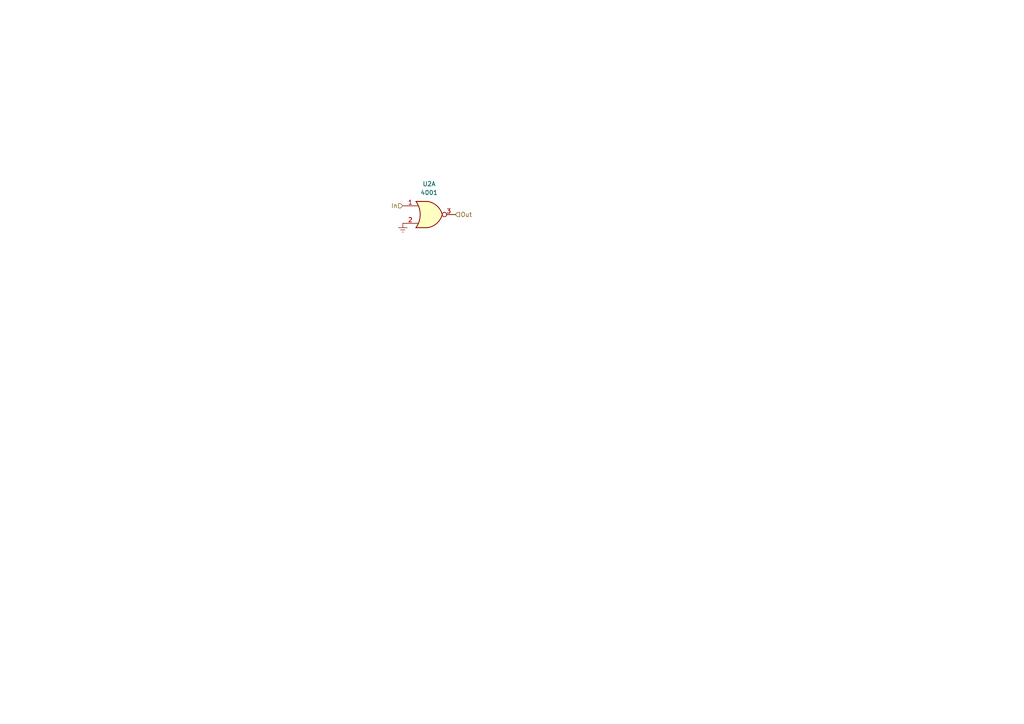
<source format=kicad_sch>
(kicad_sch (version 20230121) (generator eeschema)
  (paper "A4")
  (lib_symbols
    (symbol "4xxx:4001" (pin_names (offset 1.016))
      (property "Reference" "U" (at 0 1.27 0))
      (property "Value" "4001" (at 0 -1.27 0))
      (symbol "4001_1_1"
        (arc (start -3.81 -3.81) (mid -2.589 0) (end -3.81 3.81) (stroke (width 0.254)))
        (arc (start -0.6096 -3.81) (mid 2.1842 -2.5851) (end 3.81 0) (stroke (width 0.254)) (fill (type background)))
        (polyline (pts (xy -3.81 -3.81) (xy -0.635 -3.81)) (stroke (width 0.254)) (fill (type background)))
        (polyline (pts (xy -3.81 3.81) (xy -0.635 3.81)) (stroke (width 0.254)) (fill (type background)))
        (polyline (pts (xy -0.635 3.81) (xy -3.81 3.81) (xy -3.81 3.81) (xy -3.556 3.4036) (xy -3.0226 2.2606) (xy -2.6924 1.0414) (xy -2.6162 -0.254) (xy -2.7686 -1.4986) (xy -3.175 -2.7178) (xy -3.81 -3.81) (xy -3.81 -3.81) (xy -0.635 -3.81)) (stroke (width -25.4)) (fill (type background)))
        (arc (start 3.81 0) (mid 2.1915 2.5936) (end -0.6096 3.81) (stroke (width 0.254)) (fill (type background)))
        (pin input line (at -7.62 2.54 0) (length 4.318) (name "~") (number "1"))
        (pin input line (at -7.62 -2.54 0) (length 4.318) (name "~") (number "2"))
        (pin output inverted (at 7.62 0 180) (length 3.81) (name "~") (number "3"))
      )
      (symbol "4001_1_2"
        (arc (start 0 -3.81) (mid 3.7934 0) (end 0 3.81) (stroke (width 0.254)) (fill (type background)))
        (polyline (pts (xy 0 3.81) (xy -3.81 3.81) (xy -3.81 -3.81) (xy 0 -3.81)) (stroke (width 0.254)) (fill (type background)))
        (pin input inverted (at -7.62 2.54 0) (length 3.81) (name "~") (number "1"))
        (pin input inverted (at -7.62 -2.54 0) (length 3.81) (name "~") (number "2"))
        (pin output line (at 7.62 0 180) (length 3.81) (name "~") (number "3"))
      )
      (symbol "4001_2_1"
        (arc (start -3.81 -3.81) (mid -2.589 0) (end -3.81 3.81) (stroke (width 0.254)))
        (arc (start -0.6096 -3.81) (mid 2.1842 -2.5851) (end 3.81 0) (stroke (width 0.254)) (fill (type background)))
        (polyline (pts (xy -3.81 -3.81) (xy -0.635 -3.81)) (stroke (width 0.254)) (fill (type background)))
        (polyline (pts (xy -3.81 3.81) (xy -0.635 3.81)) (stroke (width 0.254)) (fill (type background)))
        (polyline (pts (xy -0.635 3.81) (xy -3.81 3.81) (xy -3.81 3.81) (xy -3.556 3.4036) (xy -3.0226 2.2606) (xy -2.6924 1.0414) (xy -2.6162 -0.254) (xy -2.7686 -1.4986) (xy -3.175 -2.7178) (xy -3.81 -3.81) (xy -3.81 -3.81) (xy -0.635 -3.81)) (stroke (width -25.4)) (fill (type background)))
        (arc (start 3.81 0) (mid 2.1915 2.5936) (end -0.6096 3.81) (stroke (width 0.254)) (fill (type background)))
        (pin output inverted (at 7.62 0 180) (length 3.81) (name "~") (number "4"))
        (pin input line (at -7.62 2.54 0) (length 4.318) (name "~") (number "5"))
        (pin input line (at -7.62 -2.54 0) (length 4.318) (name "~") (number "6"))
      )
      (symbol "4001_2_2"
        (arc (start 0 -3.81) (mid 3.7934 0) (end 0 3.81) (stroke (width 0.254)) (fill (type background)))
        (polyline (pts (xy 0 3.81) (xy -3.81 3.81) (xy -3.81 -3.81) (xy 0 -3.81)) (stroke (width 0.254)) (fill (type background)))
        (pin output line (at 7.62 0 180) (length 3.81) (name "~") (number "4"))
        (pin input inverted (at -7.62 2.54 0) (length 3.81) (name "~") (number "5"))
        (pin input inverted (at -7.62 -2.54 0) (length 3.81) (name "~") (number "6"))
      )
      (symbol "4001_3_1"
        (arc (start -3.81 -3.81) (mid -2.589 0) (end -3.81 3.81) (stroke (width 0.254)))
        (arc (start -0.6096 -3.81) (mid 2.1842 -2.5851) (end 3.81 0) (stroke (width 0.254)) (fill (type background)))
        (polyline (pts (xy -3.81 -3.81) (xy -0.635 -3.81)) (stroke (width 0.254)) (fill (type background)))
        (polyline (pts (xy -3.81 3.81) (xy -0.635 3.81)) (stroke (width 0.254)) (fill (type background)))
        (polyline (pts (xy -0.635 3.81) (xy -3.81 3.81) (xy -3.81 3.81) (xy -3.556 3.4036) (xy -3.0226 2.2606) (xy -2.6924 1.0414) (xy -2.6162 -0.254) (xy -2.7686 -1.4986) (xy -3.175 -2.7178) (xy -3.81 -3.81) (xy -3.81 -3.81) (xy -0.635 -3.81)) (stroke (width -25.4)) (fill (type background)))
        (arc (start 3.81 0) (mid 2.1915 2.5936) (end -0.6096 3.81) (stroke (width 0.254)) (fill (type background)))
        (pin output inverted (at 7.62 0 180) (length 3.81) (name "~") (number "10"))
        (pin input line (at -7.62 2.54 0) (length 4.318) (name "~") (number "8"))
        (pin input line (at -7.62 -2.54 0) (length 4.318) (name "~") (number "9"))
      )
      (symbol "4001_3_2"
        (arc (start 0 -3.81) (mid 3.7934 0) (end 0 3.81) (stroke (width 0.254)) (fill (type background)))
        (polyline (pts (xy 0 3.81) (xy -3.81 3.81) (xy -3.81 -3.81) (xy 0 -3.81)) (stroke (width 0.254)) (fill (type background)))
        (pin output line (at 7.62 0 180) (length 3.81) (name "~") (number "10"))
        (pin input inverted (at -7.62 2.54 0) (length 3.81) (name "~") (number "8"))
        (pin input inverted (at -7.62 -2.54 0) (length 3.81) (name "~") (number "9"))
      )
      (symbol "4001_4_1"
        (arc (start -3.81 -3.81) (mid -2.589 0) (end -3.81 3.81) (stroke (width 0.254)))
        (arc (start -0.6096 -3.81) (mid 2.1842 -2.5851) (end 3.81 0) (stroke (width 0.254)) (fill (type background)))
        (polyline (pts (xy -3.81 -3.81) (xy -0.635 -3.81)) (stroke (width 0.254)) (fill (type background)))
        (polyline (pts (xy -3.81 3.81) (xy -0.635 3.81)) (stroke (width 0.254)) (fill (type background)))
        (polyline (pts (xy -0.635 3.81) (xy -3.81 3.81) (xy -3.81 3.81) (xy -3.556 3.4036) (xy -3.0226 2.2606) (xy -2.6924 1.0414) (xy -2.6162 -0.254) (xy -2.7686 -1.4986) (xy -3.175 -2.7178) (xy -3.81 -3.81) (xy -3.81 -3.81) (xy -0.635 -3.81)) (stroke (width -25.4)) (fill (type background)))
        (arc (start 3.81 0) (mid 2.1915 2.5936) (end -0.6096 3.81) (stroke (width 0.254)) (fill (type background)))
        (pin output inverted (at 7.62 0 180) (length 3.81) (name "~") (number "11"))
        (pin input line (at -7.62 2.54 0) (length 4.318) (name "~") (number "12"))
        (pin input line (at -7.62 -2.54 0) (length 4.318) (name "~") (number "13"))
      )
      (symbol "4001_4_2"
        (arc (start 0 -3.81) (mid 3.7934 0) (end 0 3.81) (stroke (width 0.254)) (fill (type background)))
        (polyline (pts (xy 0 3.81) (xy -3.81 3.81) (xy -3.81 -3.81) (xy 0 -3.81)) (stroke (width 0.254)) (fill (type background)))
        (pin output line (at 7.62 0 180) (length 3.81) (name "~") (number "11"))
        (pin input inverted (at -7.62 2.54 0) (length 3.81) (name "~") (number "12"))
        (pin input inverted (at -7.62 -2.54 0) (length 3.81) (name "~") (number "13"))
      )
      (symbol "4001_5_0"
        (pin power_in line (at 0 12.7 270) (length 5.08) (name "VDD") (number "14"))
        (pin power_in line (at 0 -12.7 90) (length 5.08) (name "VSS") (number "7"))
      )
      (symbol "4001_5_1"
        (rectangle (start -5.08 7.62) (end 5.08 -7.62) (stroke (width 0.254)) (fill (type background)))
      )
    )
    (symbol "power:Earth" (power) (pin_names (offset 0))
      (symbol "Earth_0_1"
        (polyline (pts (xy -0.635 -1.905) (xy 0.635 -1.905)))
        (polyline (pts (xy -0.127 -2.54) (xy 0.127 -2.54)))
        (polyline (pts (xy 0 -1.27) (xy 0 0)))
        (polyline (pts (xy 1.27 -1.27) (xy -1.27 -1.27)))
      )
      (symbol "Earth_1_1"
        (pin power_in line (at 0 0 270) (length 0) hide (name "Earth") (number "1"))
      )
    )
  )
  (hierarchical_label "In" (shape input) (at 116.84 59.69 180))
  (hierarchical_label "Out" (shape input) (at 132.08 62.23 0))
  (symbol (lib_id "4xxx:4001") (at 124.46 62.23 0) (unit 1)
    (property "Reference" "U2" (at 124.46 53.34 0))
    (property "Value" "4001" (at 124.46 55.88 0))
    (property "Datasheet" "http://www.intersil.com/content/dam/Intersil/documents/cd40/cd4000bms-01bms-02bms-25bms.pdf" (effects hide))
  )
  (symbol (lib_id "power:Earth") (at 116.84 64.77 0) (unit 1)
    (property "Reference" "#PWR01" (effects hide))
    (property "Value" "Earth" (effects hide))
  )
)
</source>
